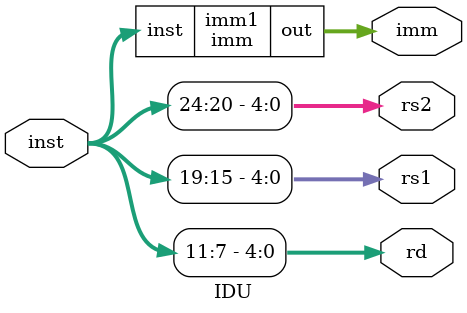
<source format=v>
module imm(
	input 	    [31:0] inst,
	output reg	[31:0] out
);
	wire	[6:0] opcode;
	assign	opcode= inst[6:0];
	//立即数扩展
	always@(*)
	begin
		case(opcode)
			7'b0010111: out = {inst[31:12],{12{1'b0}}};
			7'b0110111: out = {inst[31:12],{12{1'b0}}};
			7'b1100011: out = {{19{inst[31]}},inst[31],inst[7],inst[30:25],inst[11:8],1'b0};
			7'b1101111: out = {{11{inst[31]}},inst[31], inst[19:12], inst[20], inst[30:21], {1'b0}};
			7'b1100111: out = {{20{inst[31]}}, inst[31:20]};
			7'b0000011: out = {{20{inst[31]}}, inst[31:20]};
			7'b0100011: out = {{20{inst[31]}}, inst[31:25], inst[11:7]};
			7'b0010011: out = {{20{inst[31]}}, inst[31:20]};
			default: out = 32'h0;
		endcase
	end
endmodule

module IDU(
	input       [31:0]  inst,
	output  reg [4:0]   rd,
	output  reg [4:0]   rs1,
	output  reg [4:0]   rs2,
	output      [31:0]  imm);

	always@(*)begin
		rd = inst[11:7];
		rs1 = inst[19:15];
		rs2 = inst[24:20];
	end
	
	imm imm1(
		.inst(inst),
		.out(imm));

endmodule    //decode
</source>
